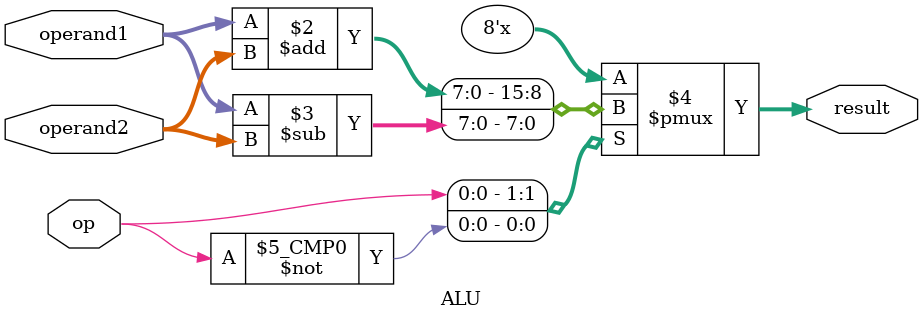
<source format=v>
`timescale 1ns / 1ps


module ALU(op, operand1, operand2, result);

  input op;
  input [7:0] operand1;
  input [7:0] operand2;
  
  output reg [7:0] result;
  
  // determining addition or subtration based off opcode
  always @* begin
      case(op)
        1'b1 : begin result = operand1 + operand2; end
        1'b0 : begin result = operand1 - operand2; end
      endcase
   end
   
endmodule
</source>
